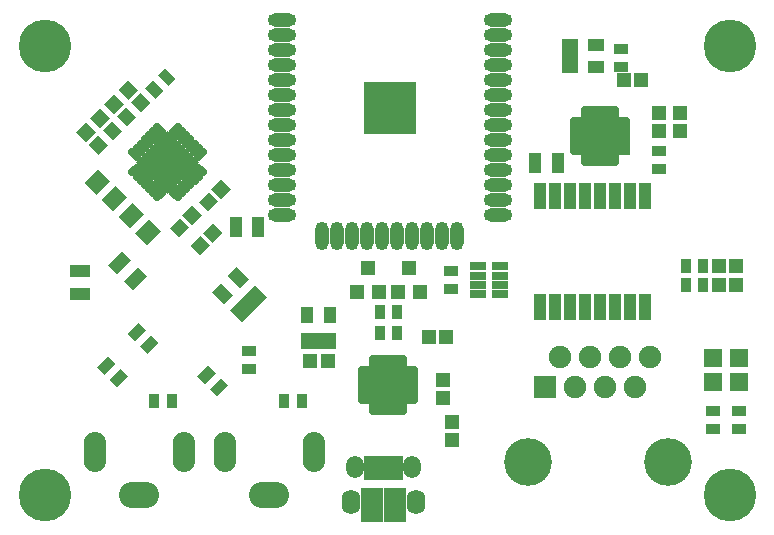
<source format=gts>
G04 #@! TF.FileFunction,Soldermask,Top*
%FSLAX46Y46*%
G04 Gerber Fmt 4.6, Leading zero omitted, Abs format (unit mm)*
G04 Created by KiCad (PCBNEW 4.0.2+dfsg1-stable) date Mon 01 Oct 2018 11:39:29 PM EDT*
%MOMM*%
G01*
G04 APERTURE LIST*
%ADD10C,0.100000*%
%ADD11R,1.035000X2.178000*%
%ADD12C,4.049980*%
%ADD13R,1.901140X1.901140*%
%ADD14C,1.901140*%
%ADD15O,3.400000X2.200000*%
%ADD16O,1.900000X3.400000*%
%ADD17O,2.400000X1.150000*%
%ADD18O,1.150000X2.400000*%
%ADD19R,4.400000X4.400000*%
%ADD20R,1.598880X1.598880*%
%ADD21R,1.300000X0.900000*%
%ADD22R,0.900000X1.300000*%
%ADD23R,1.100000X1.700000*%
%ADD24R,1.200100X1.200100*%
%ADD25R,1.150000X1.200000*%
%ADD26R,1.200000X1.150000*%
%ADD27R,1.700000X1.100000*%
%ADD28R,0.800000X2.050000*%
%ADD29O,1.500000X1.900000*%
%ADD30O,1.600000X2.100000*%
%ADD31R,1.825000X2.900000*%
%ADD32R,1.400000X0.800000*%
%ADD33R,1.460000X1.050000*%
%ADD34R,1.250000X0.700000*%
%ADD35O,1.250000X0.700000*%
%ADD36O,0.700000X1.250000*%
%ADD37R,0.700000X1.250000*%
%ADD38R,1.700000X1.700000*%
%ADD39R,1.050000X1.460000*%
%ADD40C,0.700000*%
%ADD41C,4.464000*%
G04 APERTURE END LIST*
D10*
D11*
X160955000Y-86059000D03*
X162225000Y-86059000D03*
X163495000Y-86059000D03*
X164765000Y-86059000D03*
X166035000Y-86059000D03*
X167305000Y-86059000D03*
X168575000Y-86059000D03*
X169845000Y-86059000D03*
X169845000Y-76661000D03*
X168575000Y-76661000D03*
X167305000Y-76661000D03*
X166035000Y-76661000D03*
X164765000Y-76661000D03*
X163495000Y-76661000D03*
X162225000Y-76661000D03*
X160955000Y-76661000D03*
D12*
X171738520Y-99200000D03*
X159869100Y-99200000D03*
D13*
X161355000Y-92850000D03*
D14*
X162625000Y-90310000D03*
X163895000Y-92850000D03*
X165165000Y-90310000D03*
X166435000Y-92850000D03*
X167705000Y-90310000D03*
X168975000Y-92850000D03*
X170245000Y-90310000D03*
D15*
X138000000Y-102000000D03*
D16*
X141750000Y-98300000D03*
X134250000Y-98300000D03*
D17*
X139060000Y-61730000D03*
X139060000Y-63000000D03*
X139060000Y-64270000D03*
X139060000Y-65540000D03*
X139060000Y-66810000D03*
X139060000Y-68080000D03*
X139060000Y-69350000D03*
X139060000Y-70620000D03*
X139060000Y-71890000D03*
X139060000Y-73160000D03*
X139060000Y-75700000D03*
X139060000Y-76970000D03*
X139060000Y-78240000D03*
X139060000Y-74430000D03*
D18*
X142485000Y-80010000D03*
X143755000Y-80010000D03*
X145025000Y-80010000D03*
X146295000Y-80010000D03*
X147565000Y-80010000D03*
X148835000Y-80010000D03*
X150105000Y-80010000D03*
X151375000Y-80010000D03*
X152645000Y-80010000D03*
X153915000Y-80010000D03*
D17*
X157340000Y-78240000D03*
X157340000Y-76970000D03*
X157340000Y-75700000D03*
X157340000Y-74430000D03*
X157340000Y-73160000D03*
X157340000Y-71890000D03*
X157340000Y-70620000D03*
X157340000Y-69350000D03*
X157340000Y-68080000D03*
X157340000Y-66810000D03*
X157340000Y-65540000D03*
X157340000Y-64270000D03*
X157340000Y-63000000D03*
X157340000Y-61730000D03*
D19*
X148200000Y-69250000D03*
D20*
X177800000Y-90350980D03*
X177800000Y-92449020D03*
X175600000Y-90350980D03*
X175600000Y-92449020D03*
D21*
X177800000Y-94850000D03*
X177800000Y-96350000D03*
X175600000Y-94850000D03*
X175600000Y-96350000D03*
X171000000Y-72850000D03*
X171000000Y-74350000D03*
X167800000Y-64250000D03*
X167800000Y-65750000D03*
X153400000Y-84550000D03*
X153400000Y-83050000D03*
D22*
X148850000Y-88250000D03*
X147350000Y-88250000D03*
X147350000Y-86500000D03*
X148850000Y-86500000D03*
X174750000Y-84200000D03*
X173250000Y-84200000D03*
X174750000Y-82600000D03*
X173250000Y-82600000D03*
D10*
G36*
X128401091Y-68438147D02*
X127481853Y-67518909D01*
X128118249Y-66882513D01*
X129037487Y-67801751D01*
X128401091Y-68438147D01*
X128401091Y-68438147D01*
G37*
G36*
X129461751Y-67377487D02*
X128542513Y-66458249D01*
X129178909Y-65821853D01*
X130098147Y-66741091D01*
X129461751Y-67377487D01*
X129461751Y-67377487D01*
G37*
G36*
X125971853Y-88311091D02*
X126891091Y-87391853D01*
X127527487Y-88028249D01*
X126608249Y-88947487D01*
X125971853Y-88311091D01*
X125971853Y-88311091D01*
G37*
G36*
X127032513Y-89371751D02*
X127951751Y-88452513D01*
X128588147Y-89088909D01*
X127668909Y-90008147D01*
X127032513Y-89371751D01*
X127032513Y-89371751D01*
G37*
G36*
X125234555Y-78401281D02*
X126401281Y-77234555D01*
X127391231Y-78224505D01*
X126224505Y-79391231D01*
X125234555Y-78401281D01*
X125234555Y-78401281D01*
G37*
G36*
X126648769Y-79815495D02*
X127815495Y-78648769D01*
X128805445Y-79638719D01*
X127638719Y-80805445D01*
X126648769Y-79815495D01*
X126648769Y-79815495D01*
G37*
D21*
X136330000Y-89820000D03*
X136330000Y-91320000D03*
D10*
G36*
X134528147Y-92678909D02*
X133608909Y-93598147D01*
X132972513Y-92961751D01*
X133891751Y-92042513D01*
X134528147Y-92678909D01*
X134528147Y-92678909D01*
G37*
G36*
X133467487Y-91618249D02*
X132548249Y-92537487D01*
X131911853Y-91901091D01*
X132831091Y-90981853D01*
X133467487Y-91618249D01*
X133467487Y-91618249D01*
G37*
D22*
X139250000Y-94000000D03*
X140750000Y-94000000D03*
D23*
X137070000Y-79290000D03*
X135170000Y-79290000D03*
D24*
X145400000Y-84750760D03*
X147300000Y-84750760D03*
X146350000Y-82751780D03*
X148900000Y-84750760D03*
X150800000Y-84750760D03*
X149850000Y-82751780D03*
D25*
X171000000Y-71150000D03*
X171000000Y-69650000D03*
X172800000Y-71150000D03*
X172800000Y-69650000D03*
D26*
X176050000Y-84200000D03*
X177550000Y-84200000D03*
X176050000Y-82600000D03*
X177550000Y-82600000D03*
D25*
X152750000Y-93730000D03*
X152750000Y-92230000D03*
D10*
G36*
X133948008Y-75238820D02*
X134761180Y-76051992D01*
X133912652Y-76900520D01*
X133099480Y-76087348D01*
X133948008Y-75238820D01*
X133948008Y-75238820D01*
G37*
G36*
X132887348Y-76299480D02*
X133700520Y-77112652D01*
X132851992Y-77961180D01*
X132038820Y-77148008D01*
X132887348Y-76299480D01*
X132887348Y-76299480D01*
G37*
D25*
X153440000Y-97310000D03*
X153440000Y-95810000D03*
D26*
X141440000Y-90600000D03*
X142940000Y-90600000D03*
X151500000Y-88600000D03*
X153000000Y-88600000D03*
D10*
G36*
X122838820Y-70051992D02*
X123651992Y-69238820D01*
X124500520Y-70087348D01*
X123687348Y-70900520D01*
X122838820Y-70051992D01*
X122838820Y-70051992D01*
G37*
G36*
X123899480Y-71112652D02*
X124712652Y-70299480D01*
X125561180Y-71148008D01*
X124748008Y-71961180D01*
X123899480Y-71112652D01*
X123899480Y-71112652D01*
G37*
G36*
X124038820Y-68851992D02*
X124851992Y-68038820D01*
X125700520Y-68887348D01*
X124887348Y-69700520D01*
X124038820Y-68851992D01*
X124038820Y-68851992D01*
G37*
G36*
X125099480Y-69912652D02*
X125912652Y-69099480D01*
X126761180Y-69948008D01*
X125948008Y-70761180D01*
X125099480Y-69912652D01*
X125099480Y-69912652D01*
G37*
G36*
X125238820Y-67651992D02*
X126051992Y-66838820D01*
X126900520Y-67687348D01*
X126087348Y-68500520D01*
X125238820Y-67651992D01*
X125238820Y-67651992D01*
G37*
G36*
X126299480Y-68712652D02*
X127112652Y-67899480D01*
X127961180Y-68748008D01*
X127148008Y-69561180D01*
X126299480Y-68712652D01*
X126299480Y-68712652D01*
G37*
G36*
X132131992Y-81671180D02*
X131318820Y-80858008D01*
X132167348Y-80009480D01*
X132980520Y-80822652D01*
X132131992Y-81671180D01*
X132131992Y-81671180D01*
G37*
G36*
X133192652Y-80610520D02*
X132379480Y-79797348D01*
X133228008Y-78948820D01*
X134041180Y-79761992D01*
X133192652Y-80610520D01*
X133192652Y-80610520D01*
G37*
G36*
X124361180Y-72348008D02*
X123548008Y-73161180D01*
X122699480Y-72312652D01*
X123512652Y-71499480D01*
X124361180Y-72348008D01*
X124361180Y-72348008D01*
G37*
G36*
X123300520Y-71287348D02*
X122487348Y-72100520D01*
X121638820Y-71251992D01*
X122451992Y-70438820D01*
X123300520Y-71287348D01*
X123300520Y-71287348D01*
G37*
G36*
X130381992Y-80151180D02*
X129568820Y-79338008D01*
X130417348Y-78489480D01*
X131230520Y-79302652D01*
X130381992Y-80151180D01*
X130381992Y-80151180D01*
G37*
G36*
X131442652Y-79090520D02*
X130629480Y-78277348D01*
X131478008Y-77428820D01*
X132291180Y-78241992D01*
X131442652Y-79090520D01*
X131442652Y-79090520D01*
G37*
G36*
X125945445Y-76788719D02*
X124778719Y-77955445D01*
X123788769Y-76965495D01*
X124955495Y-75798769D01*
X125945445Y-76788719D01*
X125945445Y-76788719D01*
G37*
G36*
X124531231Y-75374505D02*
X123364505Y-76541231D01*
X122374555Y-75551281D01*
X123541281Y-74384555D01*
X124531231Y-75374505D01*
X124531231Y-75374505D01*
G37*
G36*
X124338300Y-82540381D02*
X125540381Y-81338300D01*
X126318198Y-82116117D01*
X125116117Y-83318198D01*
X124338300Y-82540381D01*
X124338300Y-82540381D01*
G37*
G36*
X125681802Y-83883883D02*
X126883883Y-82681802D01*
X127661700Y-83459619D01*
X126459619Y-84661700D01*
X125681802Y-83883883D01*
X125681802Y-83883883D01*
G37*
D27*
X122000000Y-83050000D03*
X122000000Y-84950000D03*
D28*
X146380000Y-99710000D03*
X147030000Y-99710000D03*
X147679100Y-99710000D03*
X148330000Y-99710000D03*
X148980000Y-99710000D03*
D29*
X145255000Y-99585000D03*
X150105000Y-99585000D03*
D30*
X144955000Y-102585000D03*
X150405000Y-102585000D03*
D31*
X146717500Y-102835000D03*
X148642500Y-102835000D03*
D15*
X127000000Y-102000000D03*
D16*
X130750000Y-98300000D03*
X123250000Y-98300000D03*
D10*
G36*
X126028147Y-91918909D02*
X125108909Y-92838147D01*
X124472513Y-92201751D01*
X125391751Y-91282513D01*
X126028147Y-91918909D01*
X126028147Y-91918909D01*
G37*
G36*
X124967487Y-90858249D02*
X124048249Y-91777487D01*
X123411853Y-91141091D01*
X124331091Y-90221853D01*
X124967487Y-90858249D01*
X124967487Y-90858249D01*
G37*
D22*
X128250000Y-94000000D03*
X129750000Y-94000000D03*
D32*
X155670000Y-82600000D03*
X155670000Y-83400000D03*
X155670000Y-84200000D03*
X155670000Y-85000000D03*
X157530000Y-85000000D03*
X157530000Y-84200000D03*
X157530000Y-83400000D03*
X157530000Y-82600000D03*
D33*
X163500000Y-63850000D03*
X163500000Y-64800000D03*
X163500000Y-65750000D03*
X165700000Y-65750000D03*
X165700000Y-63850000D03*
D34*
X167950000Y-72850000D03*
X167950000Y-72350000D03*
X167950000Y-71850000D03*
X167950000Y-71350000D03*
X167950000Y-70850000D03*
D35*
X167950000Y-70350000D03*
D36*
X167250000Y-69650000D03*
D37*
X166750000Y-69650000D03*
X166250000Y-69650000D03*
X165750000Y-69650000D03*
X165250000Y-69650000D03*
D36*
X164750000Y-69650000D03*
D35*
X164050000Y-70350000D03*
D34*
X164050000Y-70850000D03*
X164050000Y-71350000D03*
X164050000Y-71850000D03*
X164050000Y-72350000D03*
D35*
X164050000Y-72850000D03*
D36*
X164750000Y-73550000D03*
D37*
X165250000Y-73550000D03*
X165750000Y-73550000D03*
X166250000Y-73550000D03*
X166750000Y-73550000D03*
D36*
X167250000Y-73550000D03*
D38*
X165350000Y-70950000D03*
X165350000Y-72250000D03*
X166650000Y-70950000D03*
X166650000Y-72250000D03*
D39*
X141210000Y-88910000D03*
X142160000Y-88910000D03*
X143110000Y-88910000D03*
X143110000Y-86710000D03*
X141210000Y-86710000D03*
D40*
X126412474Y-74666205D02*
X126801382Y-74277297D01*
X126766028Y-75019759D02*
X127154936Y-74630851D01*
X127119581Y-75373312D02*
X127508489Y-74984404D01*
X127473134Y-75726866D02*
X127862042Y-75337958D01*
X127826688Y-76080419D02*
X128215596Y-75691511D01*
X128180241Y-76433972D02*
X128569149Y-76045064D01*
X128533795Y-76787526D02*
X128922703Y-76398618D01*
X130266205Y-76787526D02*
X129877297Y-76398618D01*
X130619759Y-76433972D02*
X130230851Y-76045064D01*
X130973312Y-76080419D02*
X130584404Y-75691511D01*
X131326866Y-75726866D02*
X130937958Y-75337958D01*
X131680419Y-75373312D02*
X131291511Y-74984404D01*
X132033972Y-75019759D02*
X131645064Y-74630851D01*
X132387526Y-74666205D02*
X131998618Y-74277297D01*
X131998618Y-73322703D02*
X132387526Y-72933795D01*
X131645064Y-72969149D02*
X132033972Y-72580241D01*
X131291511Y-72615596D02*
X131680419Y-72226688D01*
X130937958Y-72262042D02*
X131326866Y-71873134D01*
X130584404Y-71908489D02*
X130973312Y-71519581D01*
X130230851Y-71554936D02*
X130619759Y-71166028D01*
X129877297Y-71201382D02*
X130266205Y-70812474D01*
X128922703Y-71201382D02*
X128533795Y-70812474D01*
X128569149Y-71554936D02*
X128180241Y-71166028D01*
X128215596Y-71908489D02*
X127826688Y-71519581D01*
X127862042Y-72262042D02*
X127473134Y-71873134D01*
X127508489Y-72615596D02*
X127119581Y-72226688D01*
X127154936Y-72969149D02*
X126766028Y-72580241D01*
X126801382Y-73322703D02*
X126412474Y-72933795D01*
D10*
G36*
X130584404Y-75267247D02*
X129117157Y-73800000D01*
X130584404Y-72332753D01*
X132051651Y-73800000D01*
X130584404Y-75267247D01*
X130584404Y-75267247D01*
G37*
G36*
X129400000Y-74082843D02*
X127932753Y-72615596D01*
X129400000Y-71148349D01*
X130867247Y-72615596D01*
X129400000Y-74082843D01*
X129400000Y-74082843D01*
G37*
G36*
X129400000Y-76451651D02*
X127932753Y-74984404D01*
X129400000Y-73517157D01*
X130867247Y-74984404D01*
X129400000Y-76451651D01*
X129400000Y-76451651D01*
G37*
G36*
X128215596Y-75267247D02*
X126748349Y-73800000D01*
X128215596Y-72332753D01*
X129682843Y-73800000D01*
X128215596Y-75267247D01*
X128215596Y-75267247D01*
G37*
G36*
X136463485Y-86594526D02*
X135721023Y-87336988D01*
X134688647Y-86304612D01*
X135431109Y-85562150D01*
X136463485Y-86594526D01*
X136463485Y-86594526D01*
G37*
G36*
X137135236Y-85922774D02*
X136392774Y-86665236D01*
X135360398Y-85632860D01*
X136102860Y-84890398D01*
X137135236Y-85922774D01*
X137135236Y-85922774D01*
G37*
G36*
X137806988Y-85251023D02*
X137064526Y-85993485D01*
X136032150Y-84961109D01*
X136774612Y-84218647D01*
X137806988Y-85251023D01*
X137806988Y-85251023D01*
G37*
G36*
X136251353Y-83695388D02*
X135508891Y-84437850D01*
X134476515Y-83405474D01*
X135218977Y-82663012D01*
X136251353Y-83695388D01*
X136251353Y-83695388D01*
G37*
G36*
X134907850Y-85038891D02*
X134165388Y-85781353D01*
X133133012Y-84748977D01*
X133875474Y-84006515D01*
X134907850Y-85038891D01*
X134907850Y-85038891D01*
G37*
D36*
X146790000Y-94630000D03*
D37*
X147290000Y-94630000D03*
X147790000Y-94630000D03*
X148290000Y-94630000D03*
X148790000Y-94630000D03*
D36*
X149290000Y-94630000D03*
D35*
X149990000Y-93930000D03*
D34*
X149990000Y-93430000D03*
X149990000Y-92930000D03*
X149990000Y-92430000D03*
X149990000Y-91930000D03*
D35*
X149990000Y-91430000D03*
D36*
X149290000Y-90730000D03*
D37*
X148790000Y-90730000D03*
X148290000Y-90730000D03*
X147790000Y-90730000D03*
X147290000Y-90730000D03*
D36*
X146790000Y-90730000D03*
D35*
X146090000Y-91430000D03*
D34*
X146090000Y-91930000D03*
X146090000Y-92430000D03*
X146090000Y-92930000D03*
X146090000Y-93430000D03*
D35*
X146090000Y-93930000D03*
D38*
X148690000Y-92030000D03*
X147390000Y-92030000D03*
X148690000Y-93330000D03*
X147390000Y-93330000D03*
D23*
X160530000Y-73900000D03*
X162430000Y-73900000D03*
D26*
X168010000Y-66810000D03*
X169510000Y-66810000D03*
D41*
X119000000Y-102000000D03*
X177000000Y-102000000D03*
X119000000Y-64000000D03*
X177000000Y-64000000D03*
M02*

</source>
